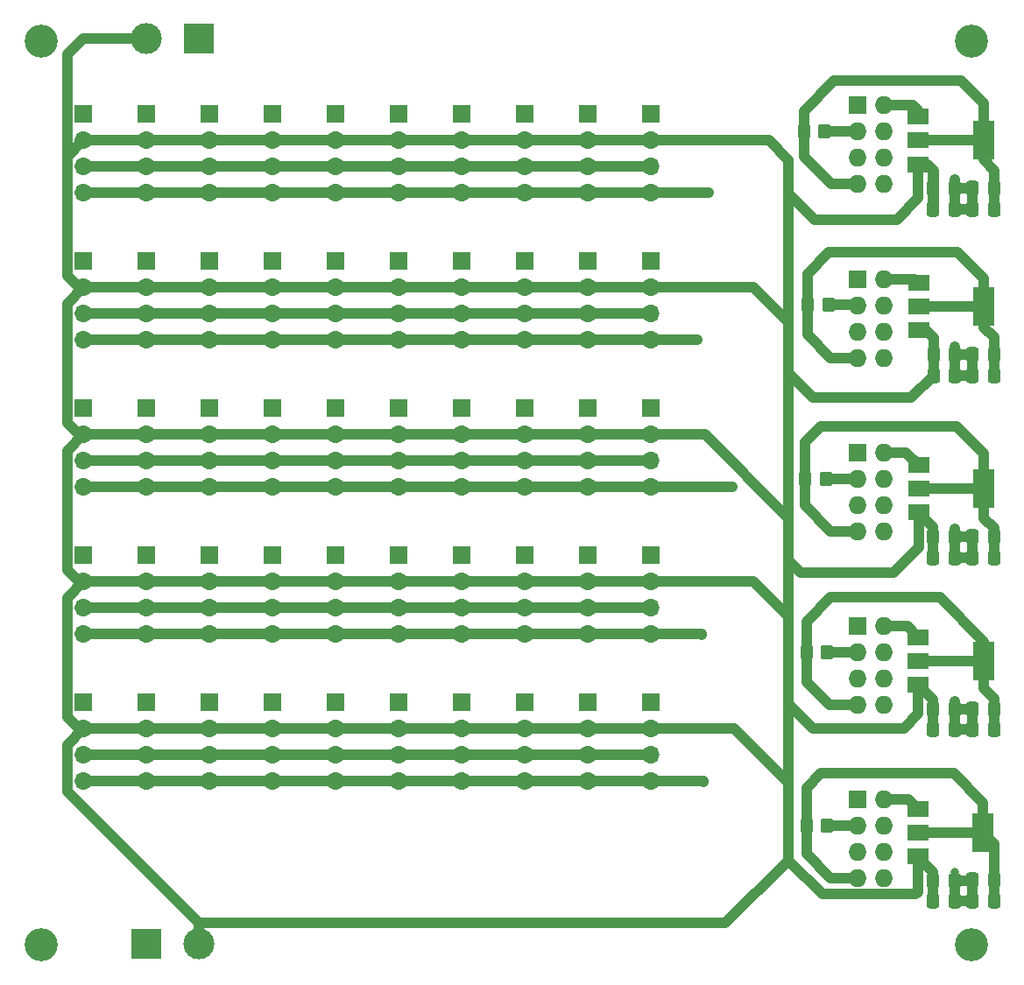
<source format=gbr>
%TF.GenerationSoftware,KiCad,Pcbnew,(6.0.4)*%
%TF.CreationDate,2022-04-03T13:08:36+08:00*%
%TF.ProjectId,Main_Board_Master,4d61696e-5f42-46f6-9172-645f4d617374,rev?*%
%TF.SameCoordinates,Original*%
%TF.FileFunction,Copper,L1,Top*%
%TF.FilePolarity,Positive*%
%FSLAX46Y46*%
G04 Gerber Fmt 4.6, Leading zero omitted, Abs format (unit mm)*
G04 Created by KiCad (PCBNEW (6.0.4)) date 2022-04-03 13:08:36*
%MOMM*%
%LPD*%
G01*
G04 APERTURE LIST*
G04 Aperture macros list*
%AMRoundRect*
0 Rectangle with rounded corners*
0 $1 Rounding radius*
0 $2 $3 $4 $5 $6 $7 $8 $9 X,Y pos of 4 corners*
0 Add a 4 corners polygon primitive as box body*
4,1,4,$2,$3,$4,$5,$6,$7,$8,$9,$2,$3,0*
0 Add four circle primitives for the rounded corners*
1,1,$1+$1,$2,$3*
1,1,$1+$1,$4,$5*
1,1,$1+$1,$6,$7*
1,1,$1+$1,$8,$9*
0 Add four rect primitives between the rounded corners*
20,1,$1+$1,$2,$3,$4,$5,0*
20,1,$1+$1,$4,$5,$6,$7,0*
20,1,$1+$1,$6,$7,$8,$9,0*
20,1,$1+$1,$8,$9,$2,$3,0*%
G04 Aperture macros list end*
%TA.AperFunction,ComponentPad*%
%ADD10R,1.700000X1.700000*%
%TD*%
%TA.AperFunction,ComponentPad*%
%ADD11O,1.700000X1.700000*%
%TD*%
%TA.AperFunction,ComponentPad*%
%ADD12R,3.000000X3.000000*%
%TD*%
%TA.AperFunction,ComponentPad*%
%ADD13C,3.000000*%
%TD*%
%TA.AperFunction,SMDPad,CuDef*%
%ADD14RoundRect,0.250000X-0.337500X-0.475000X0.337500X-0.475000X0.337500X0.475000X-0.337500X0.475000X0*%
%TD*%
%TA.AperFunction,SMDPad,CuDef*%
%ADD15RoundRect,0.250000X0.337500X0.475000X-0.337500X0.475000X-0.337500X-0.475000X0.337500X-0.475000X0*%
%TD*%
%TA.AperFunction,SMDPad,CuDef*%
%ADD16RoundRect,0.249999X0.350001X0.450001X-0.350001X0.450001X-0.350001X-0.450001X0.350001X-0.450001X0*%
%TD*%
%TA.AperFunction,ComponentPad*%
%ADD17R,1.727200X1.727200*%
%TD*%
%TA.AperFunction,ComponentPad*%
%ADD18O,1.727200X1.727200*%
%TD*%
%TA.AperFunction,SMDPad,CuDef*%
%ADD19R,2.000000X1.500000*%
%TD*%
%TA.AperFunction,SMDPad,CuDef*%
%ADD20R,2.000000X3.800000*%
%TD*%
%TA.AperFunction,ViaPad*%
%ADD21C,3.200000*%
%TD*%
%TA.AperFunction,ViaPad*%
%ADD22C,0.800000*%
%TD*%
%TA.AperFunction,Conductor*%
%ADD23C,1.000000*%
%TD*%
G04 APERTURE END LIST*
D10*
%TO.P,J1,1*%
%TO.N,GND*%
X229666800Y-31927800D03*
D11*
%TO.P,J1,2*%
%TO.N,VCC*%
X229666800Y-34467800D03*
%TO.P,J1,3*%
%TO.N,ESP01_01_SDA*%
X229666800Y-37007800D03*
%TO.P,J1,4*%
%TO.N,ESP01_01_SCL*%
X229666800Y-39547800D03*
%TD*%
D10*
%TO.P,J2,1*%
%TO.N,GND*%
X223570800Y-31927800D03*
D11*
%TO.P,J2,2*%
%TO.N,VCC*%
X223570800Y-34467800D03*
%TO.P,J2,3*%
%TO.N,ESP01_01_SDA*%
X223570800Y-37007800D03*
%TO.P,J2,4*%
%TO.N,ESP01_01_SCL*%
X223570800Y-39547800D03*
%TD*%
D10*
%TO.P,J3,1*%
%TO.N,GND*%
X217474800Y-31927800D03*
D11*
%TO.P,J3,2*%
%TO.N,VCC*%
X217474800Y-34467800D03*
%TO.P,J3,3*%
%TO.N,ESP01_01_SDA*%
X217474800Y-37007800D03*
%TO.P,J3,4*%
%TO.N,ESP01_01_SCL*%
X217474800Y-39547800D03*
%TD*%
D10*
%TO.P,J4,1*%
%TO.N,GND*%
X211378800Y-31927800D03*
D11*
%TO.P,J4,2*%
%TO.N,VCC*%
X211378800Y-34467800D03*
%TO.P,J4,3*%
%TO.N,ESP01_01_SDA*%
X211378800Y-37007800D03*
%TO.P,J4,4*%
%TO.N,ESP01_01_SCL*%
X211378800Y-39547800D03*
%TD*%
D10*
%TO.P,J5,1*%
%TO.N,GND*%
X205282800Y-31927800D03*
D11*
%TO.P,J5,2*%
%TO.N,VCC*%
X205282800Y-34467800D03*
%TO.P,J5,3*%
%TO.N,ESP01_01_SDA*%
X205282800Y-37007800D03*
%TO.P,J5,4*%
%TO.N,ESP01_01_SCL*%
X205282800Y-39547800D03*
%TD*%
D10*
%TO.P,J6,1*%
%TO.N,GND*%
X199186800Y-31927800D03*
D11*
%TO.P,J6,2*%
%TO.N,VCC*%
X199186800Y-34467800D03*
%TO.P,J6,3*%
%TO.N,ESP01_01_SDA*%
X199186800Y-37007800D03*
%TO.P,J6,4*%
%TO.N,ESP01_01_SCL*%
X199186800Y-39547800D03*
%TD*%
D10*
%TO.P,J7,1*%
%TO.N,GND*%
X193090800Y-31927800D03*
D11*
%TO.P,J7,2*%
%TO.N,VCC*%
X193090800Y-34467800D03*
%TO.P,J7,3*%
%TO.N,ESP01_01_SDA*%
X193090800Y-37007800D03*
%TO.P,J7,4*%
%TO.N,ESP01_01_SCL*%
X193090800Y-39547800D03*
%TD*%
D10*
%TO.P,J8,1*%
%TO.N,GND*%
X186994800Y-31927800D03*
D11*
%TO.P,J8,2*%
%TO.N,VCC*%
X186994800Y-34467800D03*
%TO.P,J8,3*%
%TO.N,ESP01_01_SDA*%
X186994800Y-37007800D03*
%TO.P,J8,4*%
%TO.N,ESP01_01_SCL*%
X186994800Y-39547800D03*
%TD*%
D10*
%TO.P,J9,1*%
%TO.N,GND*%
X180898800Y-31927800D03*
D11*
%TO.P,J9,2*%
%TO.N,VCC*%
X180898800Y-34467800D03*
%TO.P,J9,3*%
%TO.N,ESP01_01_SDA*%
X180898800Y-37007800D03*
%TO.P,J9,4*%
%TO.N,ESP01_01_SCL*%
X180898800Y-39547800D03*
%TD*%
D10*
%TO.P,J10,1*%
%TO.N,GND*%
X174802800Y-31927800D03*
D11*
%TO.P,J10,2*%
%TO.N,VCC*%
X174802800Y-34467800D03*
%TO.P,J10,3*%
%TO.N,ESP01_01_SDA*%
X174802800Y-37007800D03*
%TO.P,J10,4*%
%TO.N,ESP01_01_SCL*%
X174802800Y-39547800D03*
%TD*%
D10*
%TO.P,J12,1*%
%TO.N,GND*%
X229666800Y-46151800D03*
D11*
%TO.P,J12,2*%
%TO.N,VCC*%
X229666800Y-48691800D03*
%TO.P,J12,3*%
%TO.N,ESP01_02_SDA*%
X229666800Y-51231800D03*
%TO.P,J12,4*%
%TO.N,ESP01_02_SCL*%
X229666800Y-53771800D03*
%TD*%
D10*
%TO.P,J13,1*%
%TO.N,GND*%
X223570800Y-46151800D03*
D11*
%TO.P,J13,2*%
%TO.N,VCC*%
X223570800Y-48691800D03*
%TO.P,J13,3*%
%TO.N,ESP01_02_SDA*%
X223570800Y-51231800D03*
%TO.P,J13,4*%
%TO.N,ESP01_02_SCL*%
X223570800Y-53771800D03*
%TD*%
D10*
%TO.P,J14,1*%
%TO.N,GND*%
X217474800Y-46151800D03*
D11*
%TO.P,J14,2*%
%TO.N,VCC*%
X217474800Y-48691800D03*
%TO.P,J14,3*%
%TO.N,ESP01_02_SDA*%
X217474800Y-51231800D03*
%TO.P,J14,4*%
%TO.N,ESP01_02_SCL*%
X217474800Y-53771800D03*
%TD*%
D10*
%TO.P,J15,1*%
%TO.N,GND*%
X211378800Y-46151800D03*
D11*
%TO.P,J15,2*%
%TO.N,VCC*%
X211378800Y-48691800D03*
%TO.P,J15,3*%
%TO.N,ESP01_02_SDA*%
X211378800Y-51231800D03*
%TO.P,J15,4*%
%TO.N,ESP01_02_SCL*%
X211378800Y-53771800D03*
%TD*%
D10*
%TO.P,J16,1*%
%TO.N,GND*%
X205282800Y-46151800D03*
D11*
%TO.P,J16,2*%
%TO.N,VCC*%
X205282800Y-48691800D03*
%TO.P,J16,3*%
%TO.N,ESP01_02_SDA*%
X205282800Y-51231800D03*
%TO.P,J16,4*%
%TO.N,ESP01_02_SCL*%
X205282800Y-53771800D03*
%TD*%
D10*
%TO.P,J17,1*%
%TO.N,GND*%
X199186800Y-46151800D03*
D11*
%TO.P,J17,2*%
%TO.N,VCC*%
X199186800Y-48691800D03*
%TO.P,J17,3*%
%TO.N,ESP01_02_SDA*%
X199186800Y-51231800D03*
%TO.P,J17,4*%
%TO.N,ESP01_02_SCL*%
X199186800Y-53771800D03*
%TD*%
D10*
%TO.P,J18,1*%
%TO.N,GND*%
X193090800Y-46151800D03*
D11*
%TO.P,J18,2*%
%TO.N,VCC*%
X193090800Y-48691800D03*
%TO.P,J18,3*%
%TO.N,ESP01_02_SDA*%
X193090800Y-51231800D03*
%TO.P,J18,4*%
%TO.N,ESP01_02_SCL*%
X193090800Y-53771800D03*
%TD*%
D10*
%TO.P,J19,1*%
%TO.N,GND*%
X186994800Y-46151800D03*
D11*
%TO.P,J19,2*%
%TO.N,VCC*%
X186994800Y-48691800D03*
%TO.P,J19,3*%
%TO.N,ESP01_02_SDA*%
X186994800Y-51231800D03*
%TO.P,J19,4*%
%TO.N,ESP01_02_SCL*%
X186994800Y-53771800D03*
%TD*%
D10*
%TO.P,J20,1*%
%TO.N,GND*%
X180898800Y-46151800D03*
D11*
%TO.P,J20,2*%
%TO.N,VCC*%
X180898800Y-48691800D03*
%TO.P,J20,3*%
%TO.N,ESP01_02_SDA*%
X180898800Y-51231800D03*
%TO.P,J20,4*%
%TO.N,ESP01_02_SCL*%
X180898800Y-53771800D03*
%TD*%
D10*
%TO.P,J21,1*%
%TO.N,GND*%
X174802800Y-46151800D03*
D11*
%TO.P,J21,2*%
%TO.N,VCC*%
X174802800Y-48691800D03*
%TO.P,J21,3*%
%TO.N,ESP01_02_SDA*%
X174802800Y-51231800D03*
%TO.P,J21,4*%
%TO.N,ESP01_02_SCL*%
X174802800Y-53771800D03*
%TD*%
D10*
%TO.P,J23,1*%
%TO.N,GND*%
X229666800Y-60375800D03*
D11*
%TO.P,J23,2*%
%TO.N,VCC*%
X229666800Y-62915800D03*
%TO.P,J23,3*%
%TO.N,ESP01_03_SDA*%
X229666800Y-65455800D03*
%TO.P,J23,4*%
%TO.N,ESP01_03_SCL*%
X229666800Y-67995800D03*
%TD*%
D10*
%TO.P,J24,1*%
%TO.N,GND*%
X223570800Y-60375800D03*
D11*
%TO.P,J24,2*%
%TO.N,VCC*%
X223570800Y-62915800D03*
%TO.P,J24,3*%
%TO.N,ESP01_03_SDA*%
X223570800Y-65455800D03*
%TO.P,J24,4*%
%TO.N,ESP01_03_SCL*%
X223570800Y-67995800D03*
%TD*%
D10*
%TO.P,J25,1*%
%TO.N,GND*%
X217474800Y-60375800D03*
D11*
%TO.P,J25,2*%
%TO.N,VCC*%
X217474800Y-62915800D03*
%TO.P,J25,3*%
%TO.N,ESP01_03_SDA*%
X217474800Y-65455800D03*
%TO.P,J25,4*%
%TO.N,ESP01_03_SCL*%
X217474800Y-67995800D03*
%TD*%
D10*
%TO.P,J26,1*%
%TO.N,GND*%
X211378800Y-60375800D03*
D11*
%TO.P,J26,2*%
%TO.N,VCC*%
X211378800Y-62915800D03*
%TO.P,J26,3*%
%TO.N,ESP01_03_SDA*%
X211378800Y-65455800D03*
%TO.P,J26,4*%
%TO.N,ESP01_03_SCL*%
X211378800Y-67995800D03*
%TD*%
D10*
%TO.P,J27,1*%
%TO.N,GND*%
X205282800Y-60375800D03*
D11*
%TO.P,J27,2*%
%TO.N,VCC*%
X205282800Y-62915800D03*
%TO.P,J27,3*%
%TO.N,ESP01_03_SDA*%
X205282800Y-65455800D03*
%TO.P,J27,4*%
%TO.N,ESP01_03_SCL*%
X205282800Y-67995800D03*
%TD*%
D10*
%TO.P,J28,1*%
%TO.N,GND*%
X199186800Y-60375800D03*
D11*
%TO.P,J28,2*%
%TO.N,VCC*%
X199186800Y-62915800D03*
%TO.P,J28,3*%
%TO.N,ESP01_03_SDA*%
X199186800Y-65455800D03*
%TO.P,J28,4*%
%TO.N,ESP01_03_SCL*%
X199186800Y-67995800D03*
%TD*%
D10*
%TO.P,J29,1*%
%TO.N,GND*%
X193090800Y-60375800D03*
D11*
%TO.P,J29,2*%
%TO.N,VCC*%
X193090800Y-62915800D03*
%TO.P,J29,3*%
%TO.N,ESP01_03_SDA*%
X193090800Y-65455800D03*
%TO.P,J29,4*%
%TO.N,ESP01_03_SCL*%
X193090800Y-67995800D03*
%TD*%
D10*
%TO.P,J30,1*%
%TO.N,GND*%
X186994800Y-60375800D03*
D11*
%TO.P,J30,2*%
%TO.N,VCC*%
X186994800Y-62915800D03*
%TO.P,J30,3*%
%TO.N,ESP01_03_SDA*%
X186994800Y-65455800D03*
%TO.P,J30,4*%
%TO.N,ESP01_03_SCL*%
X186994800Y-67995800D03*
%TD*%
D10*
%TO.P,J31,1*%
%TO.N,GND*%
X180898800Y-60375800D03*
D11*
%TO.P,J31,2*%
%TO.N,VCC*%
X180898800Y-62915800D03*
%TO.P,J31,3*%
%TO.N,ESP01_03_SDA*%
X180898800Y-65455800D03*
%TO.P,J31,4*%
%TO.N,ESP01_03_SCL*%
X180898800Y-67995800D03*
%TD*%
D10*
%TO.P,J32,1*%
%TO.N,GND*%
X174802800Y-60375800D03*
D11*
%TO.P,J32,2*%
%TO.N,VCC*%
X174802800Y-62915800D03*
%TO.P,J32,3*%
%TO.N,ESP01_03_SDA*%
X174802800Y-65455800D03*
%TO.P,J32,4*%
%TO.N,ESP01_03_SCL*%
X174802800Y-67995800D03*
%TD*%
D10*
%TO.P,J34,1*%
%TO.N,GND*%
X229666800Y-74599800D03*
D11*
%TO.P,J34,2*%
%TO.N,VCC*%
X229666800Y-77139800D03*
%TO.P,J34,3*%
%TO.N,ESP01_04_SDA*%
X229666800Y-79679800D03*
%TO.P,J34,4*%
%TO.N,ESP01_04_SCL*%
X229666800Y-82219800D03*
%TD*%
D10*
%TO.P,J35,1*%
%TO.N,GND*%
X223570800Y-74599800D03*
D11*
%TO.P,J35,2*%
%TO.N,VCC*%
X223570800Y-77139800D03*
%TO.P,J35,3*%
%TO.N,ESP01_04_SDA*%
X223570800Y-79679800D03*
%TO.P,J35,4*%
%TO.N,ESP01_04_SCL*%
X223570800Y-82219800D03*
%TD*%
D10*
%TO.P,J36,1*%
%TO.N,GND*%
X217474800Y-74599800D03*
D11*
%TO.P,J36,2*%
%TO.N,VCC*%
X217474800Y-77139800D03*
%TO.P,J36,3*%
%TO.N,ESP01_04_SDA*%
X217474800Y-79679800D03*
%TO.P,J36,4*%
%TO.N,ESP01_04_SCL*%
X217474800Y-82219800D03*
%TD*%
D10*
%TO.P,J37,1*%
%TO.N,GND*%
X211378800Y-74599800D03*
D11*
%TO.P,J37,2*%
%TO.N,VCC*%
X211378800Y-77139800D03*
%TO.P,J37,3*%
%TO.N,ESP01_04_SDA*%
X211378800Y-79679800D03*
%TO.P,J37,4*%
%TO.N,ESP01_04_SCL*%
X211378800Y-82219800D03*
%TD*%
D10*
%TO.P,J38,1*%
%TO.N,GND*%
X205282800Y-74599800D03*
D11*
%TO.P,J38,2*%
%TO.N,VCC*%
X205282800Y-77139800D03*
%TO.P,J38,3*%
%TO.N,ESP01_04_SDA*%
X205282800Y-79679800D03*
%TO.P,J38,4*%
%TO.N,ESP01_04_SCL*%
X205282800Y-82219800D03*
%TD*%
D10*
%TO.P,J39,1*%
%TO.N,GND*%
X199186800Y-74599800D03*
D11*
%TO.P,J39,2*%
%TO.N,VCC*%
X199186800Y-77139800D03*
%TO.P,J39,3*%
%TO.N,ESP01_04_SDA*%
X199186800Y-79679800D03*
%TO.P,J39,4*%
%TO.N,ESP01_04_SCL*%
X199186800Y-82219800D03*
%TD*%
D10*
%TO.P,J40,1*%
%TO.N,GND*%
X193090800Y-74599800D03*
D11*
%TO.P,J40,2*%
%TO.N,VCC*%
X193090800Y-77139800D03*
%TO.P,J40,3*%
%TO.N,ESP01_04_SDA*%
X193090800Y-79679800D03*
%TO.P,J40,4*%
%TO.N,ESP01_04_SCL*%
X193090800Y-82219800D03*
%TD*%
D10*
%TO.P,J41,1*%
%TO.N,GND*%
X186994800Y-74599800D03*
D11*
%TO.P,J41,2*%
%TO.N,VCC*%
X186994800Y-77139800D03*
%TO.P,J41,3*%
%TO.N,ESP01_04_SDA*%
X186994800Y-79679800D03*
%TO.P,J41,4*%
%TO.N,ESP01_04_SCL*%
X186994800Y-82219800D03*
%TD*%
D10*
%TO.P,J42,1*%
%TO.N,GND*%
X180898800Y-74599800D03*
D11*
%TO.P,J42,2*%
%TO.N,VCC*%
X180898800Y-77139800D03*
%TO.P,J42,3*%
%TO.N,ESP01_04_SDA*%
X180898800Y-79679800D03*
%TO.P,J42,4*%
%TO.N,ESP01_04_SCL*%
X180898800Y-82219800D03*
%TD*%
D10*
%TO.P,J43,1*%
%TO.N,GND*%
X174802800Y-74599800D03*
D11*
%TO.P,J43,2*%
%TO.N,VCC*%
X174802800Y-77139800D03*
%TO.P,J43,3*%
%TO.N,ESP01_04_SDA*%
X174802800Y-79679800D03*
%TO.P,J43,4*%
%TO.N,ESP01_04_SCL*%
X174802800Y-82219800D03*
%TD*%
D10*
%TO.P,J45,1*%
%TO.N,GND*%
X229666800Y-88823800D03*
D11*
%TO.P,J45,2*%
%TO.N,VCC*%
X229666800Y-91363800D03*
%TO.P,J45,3*%
%TO.N,ESP01_05_SDA*%
X229666800Y-93903800D03*
%TO.P,J45,4*%
%TO.N,ESP01_05_SCL*%
X229666800Y-96443800D03*
%TD*%
D10*
%TO.P,J46,1*%
%TO.N,GND*%
X223570800Y-88823800D03*
D11*
%TO.P,J46,2*%
%TO.N,VCC*%
X223570800Y-91363800D03*
%TO.P,J46,3*%
%TO.N,ESP01_05_SDA*%
X223570800Y-93903800D03*
%TO.P,J46,4*%
%TO.N,ESP01_05_SCL*%
X223570800Y-96443800D03*
%TD*%
D10*
%TO.P,J47,1*%
%TO.N,GND*%
X217474800Y-88823800D03*
D11*
%TO.P,J47,2*%
%TO.N,VCC*%
X217474800Y-91363800D03*
%TO.P,J47,3*%
%TO.N,ESP01_05_SDA*%
X217474800Y-93903800D03*
%TO.P,J47,4*%
%TO.N,ESP01_05_SCL*%
X217474800Y-96443800D03*
%TD*%
D10*
%TO.P,J48,1*%
%TO.N,GND*%
X211378800Y-88823800D03*
D11*
%TO.P,J48,2*%
%TO.N,VCC*%
X211378800Y-91363800D03*
%TO.P,J48,3*%
%TO.N,ESP01_05_SDA*%
X211378800Y-93903800D03*
%TO.P,J48,4*%
%TO.N,ESP01_05_SCL*%
X211378800Y-96443800D03*
%TD*%
D10*
%TO.P,J49,1*%
%TO.N,GND*%
X205282800Y-88823800D03*
D11*
%TO.P,J49,2*%
%TO.N,VCC*%
X205282800Y-91363800D03*
%TO.P,J49,3*%
%TO.N,ESP01_05_SDA*%
X205282800Y-93903800D03*
%TO.P,J49,4*%
%TO.N,ESP01_05_SCL*%
X205282800Y-96443800D03*
%TD*%
D10*
%TO.P,J50,1*%
%TO.N,GND*%
X199186800Y-88823800D03*
D11*
%TO.P,J50,2*%
%TO.N,VCC*%
X199186800Y-91363800D03*
%TO.P,J50,3*%
%TO.N,ESP01_05_SDA*%
X199186800Y-93903800D03*
%TO.P,J50,4*%
%TO.N,ESP01_05_SCL*%
X199186800Y-96443800D03*
%TD*%
D10*
%TO.P,J51,1*%
%TO.N,GND*%
X193090800Y-88823800D03*
D11*
%TO.P,J51,2*%
%TO.N,VCC*%
X193090800Y-91363800D03*
%TO.P,J51,3*%
%TO.N,ESP01_05_SDA*%
X193090800Y-93903800D03*
%TO.P,J51,4*%
%TO.N,ESP01_05_SCL*%
X193090800Y-96443800D03*
%TD*%
D10*
%TO.P,J52,1*%
%TO.N,GND*%
X186994800Y-88823800D03*
D11*
%TO.P,J52,2*%
%TO.N,VCC*%
X186994800Y-91363800D03*
%TO.P,J52,3*%
%TO.N,ESP01_05_SDA*%
X186994800Y-93903800D03*
%TO.P,J52,4*%
%TO.N,ESP01_05_SCL*%
X186994800Y-96443800D03*
%TD*%
D10*
%TO.P,J53,1*%
%TO.N,GND*%
X180898800Y-88823800D03*
D11*
%TO.P,J53,2*%
%TO.N,VCC*%
X180898800Y-91363800D03*
%TO.P,J53,3*%
%TO.N,ESP01_05_SDA*%
X180898800Y-93903800D03*
%TO.P,J53,4*%
%TO.N,ESP01_05_SCL*%
X180898800Y-96443800D03*
%TD*%
D10*
%TO.P,J54,1*%
%TO.N,GND*%
X174802800Y-88823800D03*
D11*
%TO.P,J54,2*%
%TO.N,VCC*%
X174802800Y-91363800D03*
%TO.P,J54,3*%
%TO.N,ESP01_05_SDA*%
X174802800Y-93903800D03*
%TO.P,J54,4*%
%TO.N,ESP01_05_SCL*%
X174802800Y-96443800D03*
%TD*%
D12*
%TO.P,J56,1*%
%TO.N,GND*%
X180898800Y-112191800D03*
D13*
%TO.P,J56,2*%
%TO.N,VCC*%
X185978800Y-112191800D03*
%TD*%
D14*
%TO.P,C1,1*%
%TO.N,VCC*%
X256921000Y-41122600D03*
%TO.P,C1,2*%
%TO.N,GND*%
X258996000Y-41122600D03*
%TD*%
%TO.P,C2,1*%
%TO.N,VCC*%
X256924900Y-39116000D03*
%TO.P,C2,2*%
%TO.N,GND*%
X258999900Y-39116000D03*
%TD*%
D15*
%TO.P,C3,1*%
%TO.N,ESP01_~{3.3V}_01*%
X262809900Y-39116000D03*
%TO.P,C3,2*%
%TO.N,GND*%
X260734900Y-39116000D03*
%TD*%
%TO.P,C4,1*%
%TO.N,ESP01_~{3.3V}_01*%
X262809900Y-41122600D03*
%TO.P,C4,2*%
%TO.N,GND*%
X260734900Y-41122600D03*
%TD*%
D14*
%TO.P,C5,1*%
%TO.N,VCC*%
X256950300Y-57175400D03*
%TO.P,C5,2*%
%TO.N,GND*%
X259025300Y-57175400D03*
%TD*%
%TO.P,C6,1*%
%TO.N,VCC*%
X256950300Y-55168800D03*
%TO.P,C6,2*%
%TO.N,GND*%
X259025300Y-55168800D03*
%TD*%
D15*
%TO.P,C7,1*%
%TO.N,ESP01_~{3.3V}_02*%
X262809900Y-55168800D03*
%TO.P,C7,2*%
%TO.N,GND*%
X260734900Y-55168800D03*
%TD*%
%TO.P,C8,1*%
%TO.N,ESP01_~{3.3V}_02*%
X262809900Y-57175400D03*
%TO.P,C8,2*%
%TO.N,GND*%
X260734900Y-57175400D03*
%TD*%
D14*
%TO.P,C9,1*%
%TO.N,VCC*%
X256923400Y-74792900D03*
%TO.P,C9,2*%
%TO.N,GND*%
X258998400Y-74792900D03*
%TD*%
%TO.P,C10,1*%
%TO.N,VCC*%
X256924900Y-72796400D03*
%TO.P,C10,2*%
%TO.N,GND*%
X258999900Y-72796400D03*
%TD*%
D15*
%TO.P,C11,1*%
%TO.N,ESP01_~{3.3V}_03*%
X262809900Y-72796400D03*
%TO.P,C11,2*%
%TO.N,GND*%
X260734900Y-72796400D03*
%TD*%
%TO.P,C12,1*%
%TO.N,ESP01_~{3.3V}_03*%
X262809900Y-74803000D03*
%TO.P,C12,2*%
%TO.N,GND*%
X260734900Y-74803000D03*
%TD*%
D14*
%TO.P,C13,1*%
%TO.N,VCC*%
X256924900Y-91440000D03*
%TO.P,C13,2*%
%TO.N,GND*%
X258999900Y-91440000D03*
%TD*%
%TO.P,C14,1*%
%TO.N,VCC*%
X256924900Y-89433400D03*
%TO.P,C14,2*%
%TO.N,GND*%
X258999900Y-89433400D03*
%TD*%
D15*
%TO.P,C15,1*%
%TO.N,ESP01_~{3.3V}_04*%
X262809900Y-89433400D03*
%TO.P,C15,2*%
%TO.N,GND*%
X260734900Y-89433400D03*
%TD*%
%TO.P,C16,1*%
%TO.N,ESP01_~{3.3V}_04*%
X262809900Y-91440000D03*
%TO.P,C16,2*%
%TO.N,GND*%
X260734900Y-91440000D03*
%TD*%
D14*
%TO.P,C17,1*%
%TO.N,VCC*%
X256924900Y-108026200D03*
%TO.P,C17,2*%
%TO.N,GND*%
X258999900Y-108026200D03*
%TD*%
%TO.P,C18,1*%
%TO.N,VCC*%
X256931600Y-106020500D03*
%TO.P,C18,2*%
%TO.N,GND*%
X259006600Y-106020500D03*
%TD*%
D15*
%TO.P,C19,1*%
%TO.N,ESP01_~{3.3V}_05*%
X262809900Y-106019600D03*
%TO.P,C19,2*%
%TO.N,GND*%
X260734900Y-106019600D03*
%TD*%
%TO.P,C20,1*%
%TO.N,ESP01_~{3.3V}_05*%
X262809900Y-108026200D03*
%TO.P,C20,2*%
%TO.N,GND*%
X260734900Y-108026200D03*
%TD*%
D12*
%TO.P,J57,1*%
%TO.N,GND*%
X185978800Y-24612600D03*
D13*
%TO.P,J57,2*%
%TO.N,VCC*%
X180898800Y-24612600D03*
%TD*%
D16*
%TO.P,R1,1*%
%TO.N,Net-(R1-Pad1)*%
X246440200Y-33629600D03*
%TO.P,R1,2*%
%TO.N,ESP01_~{3.3V}_01*%
X244440200Y-33629600D03*
%TD*%
%TO.P,R2,1*%
%TO.N,Net-(R2-Pad1)*%
X246795800Y-50393600D03*
%TO.P,R2,2*%
%TO.N,ESP01_~{3.3V}_02*%
X244795800Y-50393600D03*
%TD*%
%TO.P,R3,1*%
%TO.N,Net-(R3-Pad1)*%
X246541800Y-67208400D03*
%TO.P,R3,2*%
%TO.N,ESP01_~{3.3V}_03*%
X244541800Y-67208400D03*
%TD*%
%TO.P,R4,1*%
%TO.N,Net-(R4-Pad1)*%
X246694200Y-83947000D03*
%TO.P,R4,2*%
%TO.N,ESP01_~{3.3V}_04*%
X244694200Y-83947000D03*
%TD*%
%TO.P,R5,1*%
%TO.N,Net-(R5-Pad1)*%
X246694200Y-100711000D03*
%TO.P,R5,2*%
%TO.N,ESP01_~{3.3V}_05*%
X244694200Y-100711000D03*
%TD*%
D17*
%TO.P,U1,1*%
%TO.N,Net-(U1-Pad1)*%
X249656600Y-31089600D03*
D18*
%TO.P,U1,2*%
%TO.N,GND*%
X252196600Y-31089600D03*
%TO.P,U1,3*%
%TO.N,Net-(R1-Pad1)*%
X249656600Y-33629600D03*
%TO.P,U1,4*%
%TO.N,ESP01_01_SDA*%
X252196600Y-33629600D03*
%TO.P,U1,5*%
%TO.N,Net-(U1-Pad5)*%
X249656600Y-36169600D03*
%TO.P,U1,6*%
%TO.N,ESP01_01_SCL*%
X252196600Y-36169600D03*
%TO.P,U1,7*%
%TO.N,ESP01_~{3.3V}_01*%
X249656600Y-38709600D03*
%TO.P,U1,8*%
%TO.N,Net-(U1-Pad8)*%
X252196600Y-38709600D03*
%TD*%
D17*
%TO.P,U2,1*%
%TO.N,Net-(U2-Pad1)*%
X249656600Y-47859950D03*
D18*
%TO.P,U2,2*%
%TO.N,GND*%
X252196600Y-47859950D03*
%TO.P,U2,3*%
%TO.N,Net-(R2-Pad1)*%
X249656600Y-50399950D03*
%TO.P,U2,4*%
%TO.N,ESP01_02_SDA*%
X252196600Y-50399950D03*
%TO.P,U2,5*%
%TO.N,Net-(U2-Pad5)*%
X249656600Y-52939950D03*
%TO.P,U2,6*%
%TO.N,ESP01_02_SCL*%
X252196600Y-52939950D03*
%TO.P,U2,7*%
%TO.N,ESP01_~{3.3V}_02*%
X249656600Y-55479950D03*
%TO.P,U2,8*%
%TO.N,Net-(U2-Pad8)*%
X252196600Y-55479950D03*
%TD*%
D17*
%TO.P,U3,1*%
%TO.N,Net-(U3-Pad1)*%
X249656600Y-64630300D03*
D18*
%TO.P,U3,2*%
%TO.N,GND*%
X252196600Y-64630300D03*
%TO.P,U3,3*%
%TO.N,Net-(R3-Pad1)*%
X249656600Y-67170300D03*
%TO.P,U3,4*%
%TO.N,ESP01_03_SDA*%
X252196600Y-67170300D03*
%TO.P,U3,5*%
%TO.N,Net-(U3-Pad5)*%
X249656600Y-69710300D03*
%TO.P,U3,6*%
%TO.N,ESP01_03_SCL*%
X252196600Y-69710300D03*
%TO.P,U3,7*%
%TO.N,ESP01_~{3.3V}_03*%
X249656600Y-72250300D03*
%TO.P,U3,8*%
%TO.N,Net-(U3-Pad8)*%
X252196600Y-72250300D03*
%TD*%
D17*
%TO.P,U4,1*%
%TO.N,Net-(U4-Pad1)*%
X249656600Y-81400650D03*
D18*
%TO.P,U4,2*%
%TO.N,GND*%
X252196600Y-81400650D03*
%TO.P,U4,3*%
%TO.N,Net-(R4-Pad1)*%
X249656600Y-83940650D03*
%TO.P,U4,4*%
%TO.N,ESP01_04_SDA*%
X252196600Y-83940650D03*
%TO.P,U4,5*%
%TO.N,Net-(U4-Pad5)*%
X249656600Y-86480650D03*
%TO.P,U4,6*%
%TO.N,ESP01_04_SCL*%
X252196600Y-86480650D03*
%TO.P,U4,7*%
%TO.N,ESP01_~{3.3V}_04*%
X249656600Y-89020650D03*
%TO.P,U4,8*%
%TO.N,Net-(U4-Pad8)*%
X252196600Y-89020650D03*
%TD*%
D17*
%TO.P,U5,1*%
%TO.N,Net-(U5-Pad1)*%
X249656600Y-98171000D03*
D18*
%TO.P,U5,2*%
%TO.N,GND*%
X252196600Y-98171000D03*
%TO.P,U5,3*%
%TO.N,Net-(R5-Pad1)*%
X249656600Y-100711000D03*
%TO.P,U5,4*%
%TO.N,ESP01_05_SDA*%
X252196600Y-100711000D03*
%TO.P,U5,5*%
%TO.N,Net-(U5-Pad5)*%
X249656600Y-103251000D03*
%TO.P,U5,6*%
%TO.N,ESP01_05_SCL*%
X252196600Y-103251000D03*
%TO.P,U5,7*%
%TO.N,ESP01_~{3.3V}_05*%
X249656600Y-105791000D03*
%TO.P,U5,8*%
%TO.N,Net-(U5-Pad8)*%
X252196600Y-105791000D03*
%TD*%
D19*
%TO.P,U6,1*%
%TO.N,GND*%
X255472800Y-32167800D03*
D20*
%TO.P,U6,2*%
%TO.N,ESP01_~{3.3V}_01*%
X261772800Y-34467800D03*
D19*
X255472800Y-34467800D03*
%TO.P,U6,3*%
%TO.N,VCC*%
X255472800Y-36767800D03*
%TD*%
%TO.P,U7,1*%
%TO.N,GND*%
X255523600Y-48220600D03*
D20*
%TO.P,U7,2*%
%TO.N,ESP01_~{3.3V}_02*%
X261823600Y-50520600D03*
D19*
X255523600Y-50520600D03*
%TO.P,U7,3*%
%TO.N,VCC*%
X255523600Y-52820600D03*
%TD*%
%TO.P,U8,1*%
%TO.N,GND*%
X255523600Y-65848200D03*
%TO.P,U8,2*%
%TO.N,ESP01_~{3.3V}_03*%
X255523600Y-68148200D03*
D20*
X261823600Y-68148200D03*
D19*
%TO.P,U8,3*%
%TO.N,VCC*%
X255523600Y-70448200D03*
%TD*%
%TO.P,U9,1*%
%TO.N,GND*%
X255498200Y-82485200D03*
D20*
%TO.P,U9,2*%
%TO.N,ESP01_~{3.3V}_04*%
X261798200Y-84785200D03*
D19*
X255498200Y-84785200D03*
%TO.P,U9,3*%
%TO.N,VCC*%
X255498200Y-87085200D03*
%TD*%
%TO.P,U10,1*%
%TO.N,GND*%
X255422000Y-99096800D03*
D20*
%TO.P,U10,2*%
%TO.N,ESP01_~{3.3V}_05*%
X261722000Y-101396800D03*
D19*
X255422000Y-101396800D03*
%TO.P,U10,3*%
%TO.N,VCC*%
X255422000Y-103696800D03*
%TD*%
D21*
%TO.N,*%
X260604000Y-24892000D03*
X170688000Y-24892000D03*
X260604000Y-112268000D03*
X170688000Y-112268000D03*
D22*
%TO.N,GND*%
X259029200Y-72034400D03*
X259029200Y-54406800D03*
X259029200Y-38277800D03*
X259029200Y-88747600D03*
X259029200Y-105181400D03*
%TO.N,ESP01_01_SCL*%
X235229400Y-39547800D03*
%TO.N,ESP01_02_SCL*%
X234137200Y-53771800D03*
%TO.N,ESP01_03_SCL*%
X237490000Y-67995800D03*
%TO.N,ESP01_04_SCL*%
X234543600Y-82245200D03*
%TO.N,ESP01_05_SCL*%
X234721400Y-96469200D03*
%TD*%
D23*
%TO.N,VCC*%
X173252799Y-78689801D02*
X173252799Y-90233801D01*
X255523600Y-73812800D02*
X253060200Y-76276200D01*
X254791300Y-59334400D02*
X245313200Y-59334400D01*
X256924900Y-89433400D02*
X256924900Y-91440000D01*
X174802800Y-77139800D02*
X229666800Y-77139800D01*
X174382798Y-91363800D02*
X174802800Y-91363800D01*
X256931600Y-106020500D02*
X256931600Y-108019500D01*
X173252799Y-97433799D02*
X185978800Y-110159800D01*
X256223800Y-52820600D02*
X256950300Y-53547100D01*
X174802800Y-34467800D02*
X229666800Y-34467800D01*
X173252799Y-36017801D02*
X173252799Y-26137201D01*
X245262400Y-91313000D02*
X242925600Y-88976200D01*
X174802800Y-77139800D02*
X173252799Y-78689801D01*
X235127800Y-34467800D02*
X229666800Y-34467800D01*
X253060200Y-76276200D02*
X244119400Y-76276200D01*
X242773200Y-70840600D02*
X234848400Y-62915800D01*
X173252799Y-61785801D02*
X174382798Y-62915800D01*
X256924900Y-37367300D02*
X256924900Y-39116000D01*
X232283000Y-77139800D02*
X229666800Y-77139800D01*
X174382798Y-77139800D02*
X174802800Y-77139800D01*
X255422000Y-103696800D02*
X255422000Y-107137600D01*
X245313200Y-59334400D02*
X242925600Y-56946800D01*
X174802800Y-91363800D02*
X217228802Y-91363800D01*
X256950300Y-53547100D02*
X256950300Y-55168800D01*
X242925600Y-75082400D02*
X242925600Y-56946800D01*
X239572800Y-48691800D02*
X242925600Y-52044600D01*
X174802800Y-34467800D02*
X173252799Y-36017801D01*
X174802800Y-62915800D02*
X173252799Y-64465801D01*
X255472800Y-40056200D02*
X255472800Y-36767800D01*
X255523600Y-52820600D02*
X256223800Y-52820600D01*
X239547400Y-77139800D02*
X232283000Y-77139800D01*
X242925600Y-52044600D02*
X242925600Y-39598600D01*
X174802800Y-48691800D02*
X173252799Y-50241801D01*
X255472800Y-36767800D02*
X256350800Y-36767800D01*
X255498200Y-89916400D02*
X254101600Y-91313000D01*
X256931600Y-106020500D02*
X256931600Y-105206400D01*
X256924900Y-89433400D02*
X256924900Y-88511900D01*
X174802800Y-91363800D02*
X173252799Y-92913801D01*
X245440200Y-42113200D02*
X242925600Y-39598600D01*
X255422000Y-107137600D02*
X255204999Y-107354601D01*
X173252799Y-76009801D02*
X174382798Y-77139800D01*
X256924900Y-39116000D02*
X256924900Y-41118700D01*
X173252799Y-47561801D02*
X174382798Y-48691800D01*
X217228802Y-91363800D02*
X229666800Y-91363800D01*
X256950300Y-57175400D02*
X254791300Y-59334400D01*
X229666800Y-48691800D02*
X239572800Y-48691800D01*
X254101600Y-91313000D02*
X245262400Y-91313000D01*
X242925600Y-56946800D02*
X242925600Y-52044600D01*
X256924900Y-71849500D02*
X255523600Y-70448200D01*
X256931600Y-105206400D02*
X255422000Y-103696800D01*
X255498200Y-87085200D02*
X255498200Y-89916400D01*
X256924900Y-88511900D02*
X255498200Y-87085200D01*
X256931600Y-108019500D02*
X256924900Y-108026200D01*
X232714800Y-62915800D02*
X174802800Y-62915800D01*
X173252799Y-92913801D02*
X173252799Y-97433799D01*
X229666800Y-48691800D02*
X230868881Y-48691800D01*
X256950300Y-41118700D02*
X256946400Y-41122600D01*
X256924900Y-74791400D02*
X256923400Y-74792900D01*
X256350800Y-36767800D02*
X256950300Y-37367300D01*
X242925600Y-96596200D02*
X237693200Y-91363800D01*
X173252799Y-90233801D02*
X174382798Y-91363800D01*
X256924900Y-72796400D02*
X256924900Y-74791400D01*
X242925600Y-96596200D02*
X242925600Y-88976200D01*
X173252799Y-64465801D02*
X173252799Y-76009801D01*
X242925600Y-36347400D02*
X241046000Y-34467800D01*
X234848400Y-62915800D02*
X232714800Y-62915800D01*
X242773200Y-80365600D02*
X239547400Y-77139800D01*
X256950300Y-55168800D02*
X256950300Y-57175400D01*
X229666800Y-91363800D02*
X232714800Y-91363800D01*
X242925600Y-88976200D02*
X242925600Y-75082400D01*
X256950300Y-41093300D02*
X256950300Y-37367300D01*
X255204999Y-107354601D02*
X246191001Y-107354601D01*
X244119400Y-76276200D02*
X242925600Y-75082400D01*
X174777400Y-24612600D02*
X180898800Y-24612600D01*
X242925600Y-104089200D02*
X242925600Y-96596200D01*
X229666800Y-77139800D02*
X239547400Y-77139800D01*
X174382798Y-62915800D02*
X174802800Y-62915800D01*
X256921000Y-41122600D02*
X256950300Y-41093300D01*
X174802800Y-48691800D02*
X229666800Y-48691800D01*
X185978800Y-110159800D02*
X185978800Y-112191800D01*
X173252799Y-36017801D02*
X173252799Y-47561801D01*
X219125800Y-110159800D02*
X236855000Y-110159800D01*
X242925600Y-39598600D02*
X242925600Y-36347400D01*
X255523600Y-70448200D02*
X255523600Y-73812800D01*
X241046000Y-34467800D02*
X235127800Y-34467800D01*
X173252799Y-50241801D02*
X173252799Y-61785801D01*
X256924900Y-72796400D02*
X256924900Y-71849500D01*
X173252799Y-26137201D02*
X174777400Y-24612600D01*
X174382798Y-48691800D02*
X174802800Y-48691800D01*
X185978800Y-110159800D02*
X219125800Y-110159800D01*
X237693200Y-91363800D02*
X232714800Y-91363800D01*
X232714800Y-77139800D02*
X232283000Y-77139800D01*
X253415800Y-42113200D02*
X255472800Y-40056200D01*
X236855000Y-110159800D02*
X242925600Y-104089200D01*
X246191001Y-107354601D02*
X242925600Y-104089200D01*
X253415800Y-42113200D02*
X245440200Y-42113200D01*
%TO.N,GND*%
X259029200Y-39086700D02*
X258999900Y-39116000D01*
X258999900Y-39116000D02*
X258999900Y-41118700D01*
X258999900Y-108026200D02*
X260734900Y-108026200D01*
X254305700Y-64630300D02*
X255523600Y-65848200D01*
X260734900Y-89433400D02*
X260734900Y-91440000D01*
X260734900Y-74803000D02*
X260734900Y-72796400D01*
X258999900Y-89433400D02*
X258999900Y-91440000D01*
X259025300Y-41118700D02*
X259021400Y-41122600D01*
X255472800Y-32167800D02*
X255472800Y-31597200D01*
X259006600Y-106020500D02*
X259006600Y-108019500D01*
X258999900Y-72796400D02*
X258999900Y-74791400D01*
X258996000Y-41122600D02*
X260734900Y-41122600D01*
X255472800Y-31597200D02*
X254965200Y-31089600D01*
X259006600Y-106020500D02*
X260734000Y-106020500D01*
X259006600Y-108019500D02*
X258999900Y-108026200D01*
X258999900Y-89433400D02*
X258999900Y-88776900D01*
X260734900Y-39116000D02*
X260734900Y-41122600D01*
X260734900Y-106019600D02*
X260734900Y-108026200D01*
X254965200Y-31089600D02*
X252196600Y-31089600D01*
X260734900Y-91440000D02*
X258999900Y-91440000D01*
X259025300Y-57175400D02*
X260734900Y-57175400D01*
X252196600Y-98171000D02*
X254496200Y-98171000D01*
X259029200Y-72034400D02*
X259029200Y-72767100D01*
X260734900Y-55168800D02*
X260734900Y-57175400D01*
X252196600Y-81400650D02*
X254413650Y-81400650D01*
X254413650Y-81400650D02*
X255498200Y-82485200D01*
X259025300Y-55168800D02*
X259025300Y-57175400D01*
X259029200Y-54406800D02*
X259029200Y-55164900D01*
X260724800Y-74792900D02*
X260734900Y-74803000D01*
X254496200Y-98171000D02*
X255422000Y-99096800D01*
X260734000Y-106020500D02*
X260734900Y-106019600D01*
X258999900Y-74791400D02*
X258998400Y-74792900D01*
X260734900Y-55168800D02*
X259025300Y-55168800D01*
X259029200Y-72767100D02*
X258999900Y-72796400D01*
X259029200Y-38277800D02*
X259029200Y-39086700D01*
X255162950Y-47859950D02*
X255523600Y-48220600D01*
X258999900Y-89433400D02*
X260734900Y-89433400D01*
X252196600Y-47859950D02*
X255162950Y-47859950D01*
X258998400Y-74792900D02*
X260724800Y-74792900D01*
X258999900Y-88776900D02*
X259029200Y-88747600D01*
X258999900Y-39116000D02*
X260734900Y-39116000D01*
X258999900Y-72796400D02*
X260734900Y-72796400D01*
X259029200Y-55164900D02*
X259025300Y-55168800D01*
X252196600Y-64630300D02*
X254305700Y-64630300D01*
%TO.N,ESP01_~{3.3V}_01*%
X262835300Y-39116000D02*
X262835300Y-41122600D01*
X259588000Y-28676600D02*
X261772800Y-30861400D01*
X247370600Y-28676600D02*
X259588000Y-28676600D01*
X244440200Y-33629600D02*
X244440200Y-31607000D01*
X249656600Y-38709600D02*
X247065800Y-38709600D01*
X262835300Y-37384900D02*
X262835300Y-39116000D01*
X261772800Y-30861400D02*
X261772800Y-34467800D01*
X244440200Y-31607000D02*
X247370600Y-28676600D01*
X247065800Y-38709600D02*
X244440200Y-36084000D01*
X244440200Y-36084000D02*
X244440200Y-33629600D01*
X261772800Y-34467800D02*
X261772800Y-36322400D01*
X261772800Y-36322400D02*
X262835300Y-37384900D01*
X255472800Y-34467800D02*
X261772800Y-34467800D01*
%TO.N,ESP01_~{3.3V}_02*%
X244795800Y-47355000D02*
X244795800Y-50393600D01*
X247021350Y-55479950D02*
X249656600Y-55479950D01*
X259283200Y-45288200D02*
X246862600Y-45288200D01*
X261823600Y-52527600D02*
X262809900Y-53513900D01*
X262809900Y-53513900D02*
X262809900Y-57175400D01*
X244795800Y-53254400D02*
X247021350Y-55479950D01*
X246862600Y-45288200D02*
X244795800Y-47355000D01*
X244795800Y-50393600D02*
X244795800Y-53254400D01*
X261823600Y-50520600D02*
X261823600Y-52527600D01*
X261823600Y-47828600D02*
X259283200Y-45288200D01*
X255523600Y-50520600D02*
X261823600Y-50520600D01*
X261823600Y-50520600D02*
X261823600Y-47828600D01*
%TO.N,ESP01_~{3.3V}_03*%
X259156200Y-62103000D02*
X246100600Y-62103000D01*
X261823600Y-64770400D02*
X259156200Y-62103000D01*
X255523600Y-68148200D02*
X261823600Y-68148200D01*
X262809900Y-71979700D02*
X261823600Y-70993400D01*
X244541800Y-67208400D02*
X244541800Y-69764400D01*
X246100600Y-62103000D02*
X244541800Y-63661800D01*
X247027700Y-72250300D02*
X249656600Y-72250300D01*
X262809900Y-72796400D02*
X262809900Y-71979700D01*
X244541800Y-69764400D02*
X247027700Y-72250300D01*
X261823600Y-70993400D02*
X261823600Y-68148200D01*
X244541800Y-63661800D02*
X244541800Y-67208400D01*
X261823600Y-68148200D02*
X261823600Y-64770400D01*
X262809900Y-72796400D02*
X262809900Y-74803000D01*
%TO.N,ESP01_~{3.3V}_04*%
X244694200Y-83947000D02*
X244694200Y-86833200D01*
X255498200Y-84785200D02*
X261798200Y-84785200D01*
X244694200Y-86833200D02*
X246881650Y-89020650D01*
X246881650Y-89020650D02*
X249656600Y-89020650D01*
X257556000Y-78663800D02*
X247015000Y-78663800D01*
X262809900Y-89433400D02*
X262809900Y-88413500D01*
X261798200Y-87401800D02*
X261798200Y-84785200D01*
X244694200Y-80984600D02*
X244694200Y-83947000D01*
X262809900Y-89433400D02*
X262809900Y-91440000D01*
X247015000Y-78663800D02*
X244694200Y-80984600D01*
X261798200Y-84785200D02*
X261798200Y-82906000D01*
X261798200Y-82906000D02*
X257556000Y-78663800D01*
X262809900Y-88413500D02*
X261798200Y-87401800D01*
%TO.N,ESP01_~{3.3V}_05*%
X262809900Y-102484700D02*
X261722000Y-101396800D01*
X247015000Y-105791000D02*
X249656600Y-105791000D01*
X261722000Y-98501600D02*
X258902200Y-95681800D01*
X258902200Y-95681800D02*
X246100600Y-95681800D01*
X261722000Y-101396800D02*
X261722000Y-98501600D01*
X255422000Y-101396800D02*
X261722000Y-101396800D01*
X244694200Y-97088200D02*
X244694200Y-100711000D01*
X244694200Y-100711000D02*
X244694200Y-103470200D01*
X262809900Y-106019600D02*
X262809900Y-102484700D01*
X246100600Y-95681800D02*
X244694200Y-97088200D01*
X244694200Y-103470200D02*
X247015000Y-105791000D01*
X262809900Y-106019600D02*
X262809900Y-108026200D01*
%TO.N,ESP01_01_SCL*%
X174802800Y-39547800D02*
X235229400Y-39547800D01*
%TO.N,ESP01_01_SDA*%
X229666800Y-37007800D02*
X174802800Y-37007800D01*
%TO.N,ESP01_02_SCL*%
X174802800Y-53771800D02*
X229666800Y-53771800D01*
X229666800Y-53771800D02*
X234137200Y-53771800D01*
%TO.N,ESP01_02_SDA*%
X174802800Y-51231800D02*
X229666800Y-51231800D01*
%TO.N,ESP01_03_SCL*%
X229666800Y-67995800D02*
X237490000Y-67995800D01*
X174802800Y-67995800D02*
X229666800Y-67995800D01*
%TO.N,ESP01_03_SDA*%
X174802800Y-65455800D02*
X229666800Y-65455800D01*
%TO.N,ESP01_04_SCL*%
X229666800Y-82219800D02*
X234518200Y-82219800D01*
X234518200Y-82219800D02*
X234543600Y-82245200D01*
X174802800Y-82219800D02*
X229666800Y-82219800D01*
%TO.N,ESP01_04_SDA*%
X174802800Y-79679800D02*
X229666800Y-79679800D01*
%TO.N,ESP01_05_SCL*%
X174802800Y-96443800D02*
X229666800Y-96443800D01*
X234696000Y-96443800D02*
X234721400Y-96469200D01*
X229666800Y-96443800D02*
X234696000Y-96443800D01*
%TO.N,ESP01_05_SDA*%
X174802800Y-93903800D02*
X229666800Y-93903800D01*
%TO.N,Net-(R1-Pad1)*%
X246440200Y-33629600D02*
X249656600Y-33629600D01*
%TO.N,Net-(R2-Pad1)*%
X249650250Y-50393600D02*
X249656600Y-50399950D01*
X246795800Y-50393600D02*
X249650250Y-50393600D01*
%TO.N,Net-(R3-Pad1)*%
X246541800Y-67208400D02*
X249618500Y-67208400D01*
X249618500Y-67208400D02*
X249656600Y-67170300D01*
%TO.N,Net-(R4-Pad1)*%
X246694200Y-83947000D02*
X249650250Y-83947000D01*
X249650250Y-83947000D02*
X249656600Y-83940650D01*
%TO.N,Net-(R5-Pad1)*%
X246694200Y-100711000D02*
X249656600Y-100711000D01*
%TD*%
M02*

</source>
